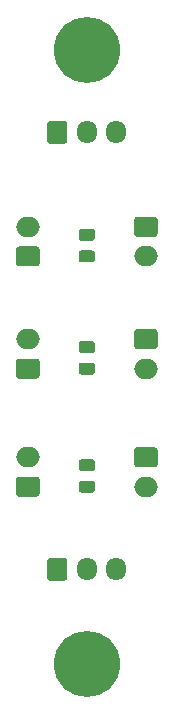
<source format=gts>
G04 #@! TF.GenerationSoftware,KiCad,Pcbnew,5.1.9+dfsg1-1*
G04 #@! TF.CreationDate,2022-08-24T11:43:39+09:00*
G04 #@! TF.ProjectId,direct-pt1000-stick,64697265-6374-42d7-9074-313030302d73,rev?*
G04 #@! TF.SameCoordinates,Original*
G04 #@! TF.FileFunction,Soldermask,Top*
G04 #@! TF.FilePolarity,Negative*
%FSLAX46Y46*%
G04 Gerber Fmt 4.6, Leading zero omitted, Abs format (unit mm)*
G04 Created by KiCad (PCBNEW 5.1.9+dfsg1-1) date 2022-08-24 11:43:39*
%MOMM*%
%LPD*%
G01*
G04 APERTURE LIST*
%ADD10O,1.700000X1.950000*%
%ADD11O,2.000000X1.700000*%
%ADD12C,5.600000*%
G04 APERTURE END LIST*
G36*
G01*
X106650000Y-61725000D02*
X106650000Y-60275000D01*
G75*
G02*
X106900000Y-60025000I250000J0D01*
G01*
X108100000Y-60025000D01*
G75*
G02*
X108350000Y-60275000I0J-250000D01*
G01*
X108350000Y-61725000D01*
G75*
G02*
X108100000Y-61975000I-250000J0D01*
G01*
X106900000Y-61975000D01*
G75*
G02*
X106650000Y-61725000I0J250000D01*
G01*
G37*
D10*
X110000000Y-61000000D03*
X112500000Y-61000000D03*
X112500000Y-98000000D03*
X110000000Y-98000000D03*
G36*
G01*
X106650000Y-98725000D02*
X106650000Y-97275000D01*
G75*
G02*
X106900000Y-97025000I250000J0D01*
G01*
X108100000Y-97025000D01*
G75*
G02*
X108350000Y-97275000I0J-250000D01*
G01*
X108350000Y-98725000D01*
G75*
G02*
X108100000Y-98975000I-250000J0D01*
G01*
X106900000Y-98975000D01*
G75*
G02*
X106650000Y-98725000I0J250000D01*
G01*
G37*
G36*
G01*
X114250000Y-87650000D02*
X115750000Y-87650000D01*
G75*
G02*
X116000000Y-87900000I0J-250000D01*
G01*
X116000000Y-89100000D01*
G75*
G02*
X115750000Y-89350000I-250000J0D01*
G01*
X114250000Y-89350000D01*
G75*
G02*
X114000000Y-89100000I0J250000D01*
G01*
X114000000Y-87900000D01*
G75*
G02*
X114250000Y-87650000I250000J0D01*
G01*
G37*
D11*
X115000000Y-91000000D03*
X105000000Y-88500000D03*
G36*
G01*
X105750000Y-91850000D02*
X104250000Y-91850000D01*
G75*
G02*
X104000000Y-91600000I0J250000D01*
G01*
X104000000Y-90400000D01*
G75*
G02*
X104250000Y-90150000I250000J0D01*
G01*
X105750000Y-90150000D01*
G75*
G02*
X106000000Y-90400000I0J-250000D01*
G01*
X106000000Y-91600000D01*
G75*
G02*
X105750000Y-91850000I-250000J0D01*
G01*
G37*
G36*
G01*
X105750000Y-81850000D02*
X104250000Y-81850000D01*
G75*
G02*
X104000000Y-81600000I0J250000D01*
G01*
X104000000Y-80400000D01*
G75*
G02*
X104250000Y-80150000I250000J0D01*
G01*
X105750000Y-80150000D01*
G75*
G02*
X106000000Y-80400000I0J-250000D01*
G01*
X106000000Y-81600000D01*
G75*
G02*
X105750000Y-81850000I-250000J0D01*
G01*
G37*
X105000000Y-78500000D03*
X115000000Y-81000000D03*
G36*
G01*
X114250000Y-77650000D02*
X115750000Y-77650000D01*
G75*
G02*
X116000000Y-77900000I0J-250000D01*
G01*
X116000000Y-79100000D01*
G75*
G02*
X115750000Y-79350000I-250000J0D01*
G01*
X114250000Y-79350000D01*
G75*
G02*
X114000000Y-79100000I0J250000D01*
G01*
X114000000Y-77900000D01*
G75*
G02*
X114250000Y-77650000I250000J0D01*
G01*
G37*
G36*
G01*
X114250000Y-68150000D02*
X115750000Y-68150000D01*
G75*
G02*
X116000000Y-68400000I0J-250000D01*
G01*
X116000000Y-69600000D01*
G75*
G02*
X115750000Y-69850000I-250000J0D01*
G01*
X114250000Y-69850000D01*
G75*
G02*
X114000000Y-69600000I0J250000D01*
G01*
X114000000Y-68400000D01*
G75*
G02*
X114250000Y-68150000I250000J0D01*
G01*
G37*
X115000000Y-71500000D03*
X105000000Y-69000000D03*
G36*
G01*
X105750000Y-72350000D02*
X104250000Y-72350000D01*
G75*
G02*
X104000000Y-72100000I0J250000D01*
G01*
X104000000Y-70900000D01*
G75*
G02*
X104250000Y-70650000I250000J0D01*
G01*
X105750000Y-70650000D01*
G75*
G02*
X106000000Y-70900000I0J-250000D01*
G01*
X106000000Y-72100000D01*
G75*
G02*
X105750000Y-72350000I-250000J0D01*
G01*
G37*
G36*
G01*
X110450001Y-91512500D02*
X109549999Y-91512500D01*
G75*
G02*
X109300000Y-91262501I0J249999D01*
G01*
X109300000Y-90737499D01*
G75*
G02*
X109549999Y-90487500I249999J0D01*
G01*
X110450001Y-90487500D01*
G75*
G02*
X110700000Y-90737499I0J-249999D01*
G01*
X110700000Y-91262501D01*
G75*
G02*
X110450001Y-91512500I-249999J0D01*
G01*
G37*
G36*
G01*
X110450001Y-89687500D02*
X109549999Y-89687500D01*
G75*
G02*
X109300000Y-89437501I0J249999D01*
G01*
X109300000Y-88912499D01*
G75*
G02*
X109549999Y-88662500I249999J0D01*
G01*
X110450001Y-88662500D01*
G75*
G02*
X110700000Y-88912499I0J-249999D01*
G01*
X110700000Y-89437501D01*
G75*
G02*
X110450001Y-89687500I-249999J0D01*
G01*
G37*
G36*
G01*
X110450001Y-79687500D02*
X109549999Y-79687500D01*
G75*
G02*
X109300000Y-79437501I0J249999D01*
G01*
X109300000Y-78912499D01*
G75*
G02*
X109549999Y-78662500I249999J0D01*
G01*
X110450001Y-78662500D01*
G75*
G02*
X110700000Y-78912499I0J-249999D01*
G01*
X110700000Y-79437501D01*
G75*
G02*
X110450001Y-79687500I-249999J0D01*
G01*
G37*
G36*
G01*
X110450001Y-81512500D02*
X109549999Y-81512500D01*
G75*
G02*
X109300000Y-81262501I0J249999D01*
G01*
X109300000Y-80737499D01*
G75*
G02*
X109549999Y-80487500I249999J0D01*
G01*
X110450001Y-80487500D01*
G75*
G02*
X110700000Y-80737499I0J-249999D01*
G01*
X110700000Y-81262501D01*
G75*
G02*
X110450001Y-81512500I-249999J0D01*
G01*
G37*
G36*
G01*
X110450001Y-72012500D02*
X109549999Y-72012500D01*
G75*
G02*
X109300000Y-71762501I0J249999D01*
G01*
X109300000Y-71237499D01*
G75*
G02*
X109549999Y-70987500I249999J0D01*
G01*
X110450001Y-70987500D01*
G75*
G02*
X110700000Y-71237499I0J-249999D01*
G01*
X110700000Y-71762501D01*
G75*
G02*
X110450001Y-72012500I-249999J0D01*
G01*
G37*
G36*
G01*
X110450001Y-70187500D02*
X109549999Y-70187500D01*
G75*
G02*
X109300000Y-69937501I0J249999D01*
G01*
X109300000Y-69412499D01*
G75*
G02*
X109549999Y-69162500I249999J0D01*
G01*
X110450001Y-69162500D01*
G75*
G02*
X110700000Y-69412499I0J-249999D01*
G01*
X110700000Y-69937501D01*
G75*
G02*
X110450001Y-70187500I-249999J0D01*
G01*
G37*
D12*
X110000000Y-54000000D03*
X110000000Y-106000000D03*
M02*

</source>
